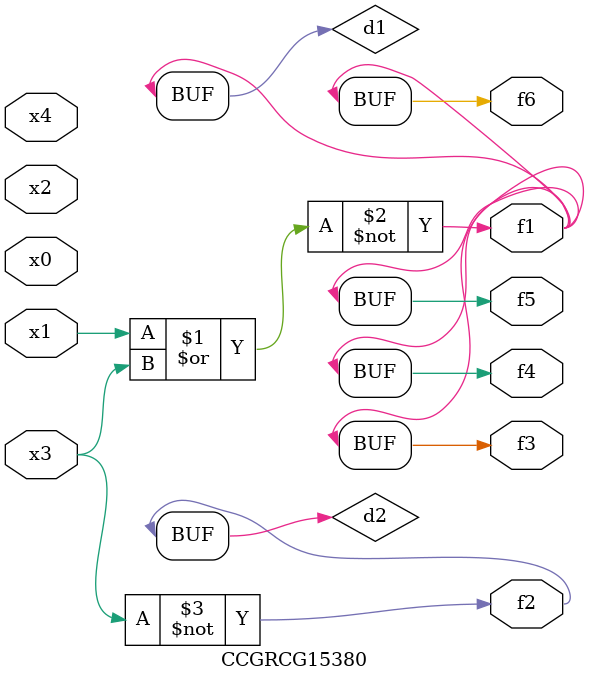
<source format=v>
module CCGRCG15380(
	input x0, x1, x2, x3, x4,
	output f1, f2, f3, f4, f5, f6
);

	wire d1, d2;

	nor (d1, x1, x3);
	not (d2, x3);
	assign f1 = d1;
	assign f2 = d2;
	assign f3 = d1;
	assign f4 = d1;
	assign f5 = d1;
	assign f6 = d1;
endmodule

</source>
